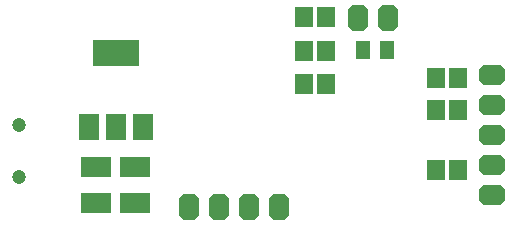
<source format=gbs>
G04*
G04 #@! TF.GenerationSoftware,Altium Limited,Altium Designer,24.3.1 (35)*
G04*
G04 Layer_Color=16711935*
%FSLAX44Y44*%
%MOMM*%
G71*
G04*
G04 #@! TF.SameCoordinates,268BF101-0F90-4EF0-BC03-07382AAEC2E5*
G04*
G04*
G04 #@! TF.FilePolarity,Negative*
G04*
G01*
G75*
%ADD30R,1.5032X1.8032*%
%ADD32R,1.1532X1.5032*%
G04:AMPARAMS|DCode=41|XSize=2.2352mm|YSize=1.7272mm|CornerRadius=0mm|HoleSize=0mm|Usage=FLASHONLY|Rotation=90.000|XOffset=0mm|YOffset=0mm|HoleType=Round|Shape=Octagon|*
%AMOCTAGOND41*
4,1,8,0.4318,1.1176,-0.4318,1.1176,-0.8636,0.6858,-0.8636,-0.6858,-0.4318,-1.1176,0.4318,-1.1176,0.8636,-0.6858,0.8636,0.6858,0.4318,1.1176,0.0*
%
%ADD41OCTAGOND41*%

G04:AMPARAMS|DCode=42|XSize=2.2352mm|YSize=1.7272mm|CornerRadius=0mm|HoleSize=0mm|Usage=FLASHONLY|Rotation=180.000|XOffset=0mm|YOffset=0mm|HoleType=Round|Shape=Octagon|*
%AMOCTAGOND42*
4,1,8,-1.1176,0.4318,-1.1176,-0.4318,-0.6858,-0.8636,0.6858,-0.8636,1.1176,-0.4318,1.1176,0.4318,0.6858,0.8636,-0.6858,0.8636,-1.1176,0.4318,0.0*
%
%ADD42OCTAGOND42*%

%ADD43C,1.2032*%
%ADD55R,1.7018X2.2098*%
%ADD56R,4.0132X2.2098*%
%ADD57R,2.6032X1.8032*%
D30*
X956920Y756920D02*
D03*
X937920D02*
D03*
X956920Y834390D02*
D03*
X937920D02*
D03*
X956920Y807720D02*
D03*
X937920D02*
D03*
X826160Y829310D02*
D03*
X845160D02*
D03*
X845160Y857885D02*
D03*
X826160D02*
D03*
X845160Y886460D02*
D03*
X826160D02*
D03*
D32*
X896300Y858520D02*
D03*
X876300Y858520D02*
D03*
D41*
X871880Y885190D02*
D03*
X897280D02*
D03*
X805180Y725170D02*
D03*
X779780D02*
D03*
X754380D02*
D03*
X728980D02*
D03*
D42*
X985520Y836930D02*
D03*
Y811530D02*
D03*
Y786130D02*
D03*
Y760730D02*
D03*
Y735330D02*
D03*
D43*
X585470Y751020D02*
D03*
Y795020D02*
D03*
D55*
X690018Y793321D02*
D03*
X667158D02*
D03*
X644298D02*
D03*
D56*
X667412Y856313D02*
D03*
D57*
X683260Y729220D02*
D03*
Y759220D02*
D03*
X650240Y729220D02*
D03*
Y759220D02*
D03*
M02*

</source>
